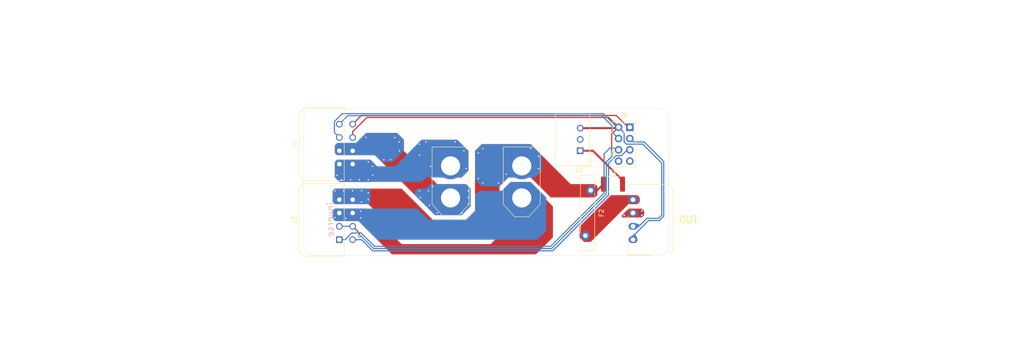
<source format=kicad_pcb>
(kicad_pcb (version 20241229) (generator "pcbnew") (generator_version "9.0")
  (layers (0 "F.Cu" signal) (4 "In1.Cu" signal) (6 "In2.Cu" signal) (2 "B.Cu" signal) (13 "F.Paste" user) (15 "B.Paste" user) (5 "F.SilkS" user "F.Silkscreen") (7 "B.SilkS" user "B.Silkscreen") (1 "F.Mask" user) (3 "B.Mask" user) (25 "Edge.Cuts" user))
  (net 0 "")
  (net 1 "12V_FUSED_D")
  (net 2 "12V_B")
  (net 3 "12V_A")
  (net 4 "TX0-")
  (net 5 "12V_FUSED_C")
  (net 6 "GND_A")
  (net 7 "TX1-")
  (net 8 "GND_B")
  (net 9 "TX3-")
  (net 10 "3V3")
  (net 11 "TX2-")
  (net 12 "TX4-")
  (footprint "Connector_PinSocket_2.54mm:PinSocket_2x04_P2.54mm_Vertical" (layer "F.Cu") (at 32.29 -12.3)
    (property "Reference" "J6" (at -1.27 -2.77 0) (layer "F.SilkS"))
    (property "Value" "Conn_02x04_Odd_Even")
    (fp_line (start -3.87 -1.33) (end -3.87 8.95) (stroke (width 0.12)) (layer "F.SilkS"))
    (fp_line (start -3.87 -1.33) (end -1.27 -1.33) (stroke (width 0.12)) (layer "F.SilkS"))
    (fp_line (start -3.87 8.95) (end 1.33 8.95) (stroke (width 0.12)) (layer "F.SilkS"))
    (fp_line (start -1.27 -1.33) (end -1.27 1.27) (stroke (width 0.12)) (layer "F.SilkS"))
    (fp_line (start -1.27 1.27) (end 1.33 1.27) (stroke (width 0.12)) (layer "F.SilkS"))
    (fp_line (start 0 -1.33) (end 1.33 -1.33) (stroke (width 0.12)) (layer "F.SilkS"))
    (fp_line (start 1.33 -1.33) (end 1.33 0) (stroke (width 0.12)) (layer "F.SilkS"))
    (fp_line (start 1.33 1.27) (end 1.33 8.95) (stroke (width 0.12)) (layer "F.SilkS"))
    (pad "1" thru_hole rect (at 0 0) (size 1.7 1.7) (drill 1) (layers "*.Cu" "*.Mask") (net 4 "TX0-"))
    (pad "2" thru_hole circle (at -2.54 0) (size 1.7 1.7) (drill 1) (layers "*.Cu" "*.Mask") (net 10 "3V3"))
    (pad "3" thru_hole circle (at 0 2.54) (size 1.7 1.7) (drill 1) (layers "*.Cu" "*.Mask") (net 11 "TX2-"))
    (pad "4" thru_hole circle (at -2.54 2.54) (size 1.7 1.7) (drill 1) (layers "*.Cu" "*.Mask") (net 7 "TX1-"))
    (pad "5" thru_hole circle (at 0 5.08) (size 1.7 1.7) (drill 1) (layers "*.Cu" "*.Mask") (net 12 "TX4-"))
    (pad "6" thru_hole circle (at -2.54 5.08) (size 1.7 1.7) (drill 1) (layers "*.Cu" "*.Mask") (net 9 "TX3-"))
    (pad "7" thru_hole circle (at 0 7.62) (size 1.7 1.7) (drill 1) (layers "*.Cu" "*.Mask") (net 8 "GND_B"))
    (pad "8" thru_hole circle (at -2.54 7.62) (size 1.7 1.7) (drill 1) (layers "*.Cu" "*.Mask"))
  )
  (footprint "footprints:scetch" (layer "F.Cu") (at -14.5 0)
    (property "Reference" "" (at 0 0 0) (layer "F.SilkS") (effects (font (size 1.524 1.524))))
    (property "Value" "" (at 0 0 0) (layer "F.SilkS") (effects (font (size 1.524 1.524))))
  )
  (footprint "Connector_Molex:Molex_Micro-Fit_3.0_43045-0800_2x04_P3.00mm_Horizontal" (layer "F.Cu") (at -33 -4 90)
    (property "Reference" "J1" (at 4.5 -10.12 90) (layer "F.SilkS"))
    (property "Value" "OUT")
    (fp_line (start 11.685 -9.03) (end 12.685 -8.03) (stroke (width 0.12)) (layer "F.SilkS"))
    (fp_line (start -2.685 -9.03) (end 11.685 -9.03) (stroke (width 0.12)) (layer "F.SilkS"))
    (fp_line (start 12.685 -8.03) (end 12.685 1.1) (stroke (width 0.12)) (layer "F.SilkS"))
    (fp_line (start -3.685 -8.03) (end -2.685 -9.03) (stroke (width 0.12)) (layer "F.SilkS"))
    (fp_line (start 12.685 1.1) (end -3.685 1.1) (stroke (width 0.12)) (layer "F.SilkS"))
    (fp_line (start -3.685 1.1) (end -3.685 -8.03) (stroke (width 0.12)) (layer "F.SilkS"))
    (pad "" np_thru_hole circle (at 2.16 -4.32 90) (size 3 3) (drill 3) (layers "*.Cu" "*.Mask"))
    (pad "" np_thru_hole circle (at 6.86 -4.32 90) (size 3 3) (drill 3) (layers "*.Cu" "*.Mask"))
    (pad "1" thru_hole roundrect (at 0 0 90) (size 1.5 1.5) (drill 1.02) (layers "*.Cu" "*.Mask") (roundrect_rratio 0.166667) (net 3 "12V_A"))
    (pad "2" thru_hole circle (at 3 0 90) (size 1.5 1.5) (drill 1.02) (layers "*.Cu" "*.Mask") (net 6 "GND_A"))
    (pad "3" thru_hole circle (at 6 0 90) (size 1.5 1.5) (drill 1.02) (layers "*.Cu" "*.Mask") (net 10 "3V3"))
    (pad "4" thru_hole circle (at 9 0 90) (size 1.5 1.5) (drill 1.02) (layers "*.Cu" "*.Mask") (net 7 "TX1-"))
    (pad "5" thru_hole circle (at 0 3 90) (size 1.5 1.5) (drill 1.02) (layers "*.Cu" "*.Mask") (net 3 "12V_A"))
    (pad "6" thru_hole circle (at 3 3 90) (size 1.5 1.5) (drill 1.02) (layers "*.Cu" "*.Mask") (net 6 "GND_A"))
    (pad "7" thru_hole circle (at 6 3 90) (size 1.5 1.5) (drill 1.02) (layers "*.Cu" "*.Mask") (net 10 "3V3"))
    (pad "8" thru_hole circle (at 9 3 90) (size 1.5 1.5) (drill 1.02) (layers "*.Cu" "*.Mask") (net 4 "TX0-"))
  )
  (footprint "Fuse:Fuse_1812_4532Metric" (layer "F.Cu") (at 28.5 0.5)
    (property "Reference" "F1" (at 0 -2.65 0) (layer "F.SilkS"))
    (property "Value" "BSMD1812-200-30V")
    (fp_line (start -1.386252 -1.71) (end 1.386252 -1.71) (stroke (width 0.12)) (layer "F.SilkS"))
    (fp_line (start -1.386252 1.71) (end 1.386252 1.71) (stroke (width 0.12)) (layer "F.SilkS"))
    (pad "1" smd roundrect (at -2.1375 0) (size 1.125 3.4) (layers "F.Cu" "F.Mask" "F.Paste") (roundrect_rratio 0.222222) (net 2 "12V_B"))
    (pad "2" smd roundrect (at 2.1375 0) (size 1.125 3.4) (layers "F.Cu" "F.Mask" "F.Paste") (roundrect_rratio 0.222222) (net 1 "12V_FUSED_D"))
  )
  (footprint "Connector_Molex:Molex_Micro-Fit_3.0_43045-0800_2x04_P3.00mm_Horizontal" (layer "F.Cu") (at -33 13 90)
    (property "Reference" "J2" (at 4.5 -10.12 90) (layer "F.SilkS"))
    (property "Value" "IN")
    (fp_line (start 11.685 -9.03) (end 12.685 -8.03) (stroke (width 0.12)) (layer "F.SilkS"))
    (fp_line (start -2.685 -9.03) (end 11.685 -9.03) (stroke (width 0.12)) (layer "F.SilkS"))
    (fp_line (start 12.685 -8.03) (end 12.685 1.1) (stroke (width 0.12)) (layer "F.SilkS"))
    (fp_line (start -3.685 -8.03) (end -2.685 -9.03) (stroke (width 0.12)) (layer "F.SilkS"))
    (fp_line (start 12.685 1.1) (end -3.685 1.1) (stroke (width 0.12)) (layer "F.SilkS"))
    (fp_line (start -3.685 1.1) (end -3.685 -8.03) (stroke (width 0.12)) (layer "F.SilkS"))
    (pad "" np_thru_hole circle (at 2.16 -4.32 90) (size 3 3) (drill 3) (layers "*.Cu" "*.Mask"))
    (pad "" np_thru_hole circle (at 6.86 -4.32 90) (size 3 3) (drill 3) (layers "*.Cu" "*.Mask"))
    (pad "1" thru_hole roundrect (at 0 0 90) (size 1.5 1.5) (drill 1.02) (layers "*.Cu" "*.Mask") (roundrect_rratio 0.166667) (net 9 "TX3-"))
    (pad "2" thru_hole circle (at 3 0 90) (size 1.5 1.5) (drill 1.02) (layers "*.Cu" "*.Mask") (net 10 "3V3"))
    (pad "3" thru_hole circle (at 6 0 90) (size 1.5 1.5) (drill 1.02) (layers "*.Cu" "*.Mask") (net 8 "GND_B"))
    (pad "4" thru_hole circle (at 9 0 90) (size 1.5 1.5) (drill 1.02) (layers "*.Cu" "*.Mask") (net 2 "12V_B"))
    (pad "5" thru_hole circle (at 0 3 90) (size 1.5 1.5) (drill 1.02) (layers "*.Cu" "*.Mask") (net 12 "TX4-"))
    (pad "6" thru_hole circle (at 3 3 90) (size 1.5 1.5) (drill 1.02) (layers "*.Cu" "*.Mask") (net 10 "3V3"))
    (pad "7" thru_hole circle (at 6 3 90) (size 1.5 1.5) (drill 1.02) (layers "*.Cu" "*.Mask") (net 8 "GND_B"))
    (pad "8" thru_hole circle (at 9 3 90) (size 1.5 1.5) (drill 1.02) (layers "*.Cu" "*.Mask") (net 2 "12V_B"))
  )
  (footprint "footprints:Molex_Micro-Fit_3.0_43650-0400_1x04_P3.00mm_Horizontal_silk_carveout" (layer "F.Cu") (at 33 4 -90)
    (property "Reference" "J3" (hide yes))
    (property "Value" "OUT" (at 4.5 -12.465001 0) (layer "F.SilkS") (effects (font (size 1.5 1.5) (thickness 0.3) (bold yes))))
    (fp_line (start -3.435 1.09) (end -1.01 1.09) (stroke (width 0.12)) (layer "F.SilkS"))
    (fp_line (start -3.435 1.09) (end -3.435 -8.03) (stroke (width 0.12)) (layer "F.SilkS"))
    (fp_line (start 1.01 1.09) (end 2.348233 1.09) (stroke (width 0.12)) (layer "F.SilkS"))
    (fp_line (start 3.651767 1.09) (end 5.348233 1.09) (stroke (width 0.12)) (layer "F.SilkS"))
    (fp_line (start 6.651767 1.09) (end 8.348233 1.09) (stroke (width 0.12)) (layer "F.SilkS"))
    (fp_line (start 12.435 1.09) (end 9.651767 1.089999) (stroke (width 0.12)) (layer "F.SilkS"))
    (fp_line (start 12.435 -4) (end 12.435 1.09) (stroke (width 0.12)) (layer "F.SilkS"))
    (fp_line (start -3.435 -8.03) (end -2.435 -9.03) (stroke (width 0.12)) (layer "F.SilkS"))
    (fp_line (start -2.435 -9.03) (end 11.435 -9.03) (stroke (width 0.12)) (layer "F.SilkS"))
    (fp_line (start 11.435 -9.03) (end 11.963808 -8.501192) (stroke (width 0.12)) (layer "F.SilkS"))
    (pad "" np_thru_hole circle (at 2.15 -4.32 270) (size 3 3) (drill 3) (layers "*.Cu" "*.Mask"))
    (pad "" np_thru_hole circle (at 6.85 -4.32 270) (size 3 3) (drill 3) (layers "*.Cu" "*.Mask"))
    (pad "1" thru_hole roundrect (at 0 0 270) (size 1.5 2.02) (drill 1.02) (layers "*.Cu" "*.Mask") (roundrect_rratio 0.166667) (net 5 "12V_FUSED_C") (thermal_bridge_width 1.5))
    (pad "2" thru_hole oval (at 3 0 270) (size 1.5 2.02) (drill 1.02) (layers "*.Cu" "*.Mask") (net 8 "GND_B") (thermal_bridge_width 1))
    (pad "3" thru_hole oval (at 6 0 270) (size 1.5 2.02) (drill 1.02) (layers "*.Cu" "*.Mask") (net 10 "3V3"))
    (pad "4" thru_hole oval (at 9 0 270) (size 1.5 2.02) (drill 1.02) (layers "*.Cu" "*.Mask") (net 11 "TX2-"))
  )
  (footprint "Converter_DCDC:Converter_DCDC_TRACO_TSR1-xxxxE_THT" (layer "F.Cu") (at 21.1375 -7.0225 180)
    (property "Reference" "U1" (at 0.1 -4.35 0) (layer "F.SilkS"))
    (property "Value" "TSR1-2433E")
    (fp_line (start 5.56 -3.37) (end 5.56 8.45) (stroke (width 0.12)) (layer "F.SilkS"))
    (fp_line (start -2.16 8.45) (end 5.56 8.45) (stroke (width 0.12)) (layer "F.SilkS"))
    (fp_line (start -2.16 -3.37) (end 5.56 -3.37) (stroke (width 0.12)) (layer "F.SilkS"))
    (fp_line (start -2.16 -3.37) (end -2.16 8.45) (stroke (width 0.12)) (layer "F.SilkS"))
    (fp_line (start -2.4 -1.11) (end -2.4 -3.61) (stroke (width 0.12)) (layer "F.SilkS"))
    (fp_line (start -2.4 -3.61) (end 0.1 -3.61) (stroke (width 0.12)) (layer "F.SilkS"))
    (pad "1" thru_hole rect (at 0 0 180) (size 1.5 1.5) (drill 1) (layers "*.Cu" "*.Mask") (net 1 "12V_FUSED_D"))
    (pad "2" thru_hole circle (at 0 2.54 180) (size 1.5 1.5) (drill 1) (layers "*.Cu" "*.Mask") (net 8 "GND_B"))
    (pad "3" thru_hole circle (at 0 5.079999 180) (size 1.5 1.5) (drill 1) (layers "*.Cu" "*.Mask") (net 10 "3V3"))
  )
  (footprint "amass:AMASS_XT60-F_1x02_P7.20mm_Vertical" (layer "F.Cu") (at 8 3.6 90)
    (property "Reference" "J5" (hide yes))
    (property "Value" "Conn_01x02_Socket")
    (fp_line (start -1.4 -4.150001) (end -4.25 -1.6) (stroke (width 0.12)) (layer "F.SilkS"))
    (fp_line (start 11.450001 -4.15) (end -1.4 -4.150001) (stroke (width 0.12)) (layer "F.SilkS"))
    (fp_line (start -4.25 -1.6) (end -4.25 1.55) (stroke (width 0.12)) (layer "F.SilkS"))
    (fp_line (start -4.25 1.55) (end -1.4 4.150001) (stroke (width 0.12)) (layer "F.SilkS"))
    (fp_line (start 11.450001 4.15) (end 11.450001 -4.15) (stroke (width 0.12)) (layer "F.SilkS"))
    (fp_line (start -1.4 4.150001) (end 11.450001 4.15) (stroke (width 0.12)) (layer "F.SilkS"))
    (pad "1" thru_hole roundrect (at 0 0 90) (size 6 6) (drill 4.3) (layers "*.Cu" "*.Mask") (net 8 "GND_B"))
    (pad "2" thru_hole circle (at 7.2 0 90) (size 6 6) (drill 4.3) (layers "*.Cu" "*.Mask") (net 2 "12V_B"))
  )
  (footprint "footprints:Fuse_Littlefuse_RUEF" (layer "F.Cu") (at 22.9 7 -90)
    (property "Reference" "F2" (at 0 -3 90) (layer "F.SilkS"))
    (property "Value" "RUEF700")
    (fp_line (start -8.5 1.7) (end 4.5 1.7) (stroke (width 0.12)) (layer "F.SilkS"))
    (fp_line (start 5.788001 1.7) (end 8.5 1.7) (stroke (width 0.12)) (layer "F.SilkS"))
    (fp_line (start -8.5 -1.5) (end -8.5 1.7) (stroke (width 0.12)) (layer "F.SilkS"))
    (fp_line (start -8.5 -1.5) (end -5.788 -1.5) (stroke (width 0.12)) (layer "F.SilkS"))
    (fp_line (start -4.5 -1.5) (end 8.5 -1.5) (stroke (width 0.12)) (layer "F.SilkS"))
    (fp_line (start 8.5 -1.5) (end 8.5 1.7) (stroke (width 0.12)) (layer "F.SilkS"))
    (pad "1" thru_hole circle (at -5.100001 -0.6 270) (size 2.01 2.01) (drill 1.01) (layers "*.Cu" "*.Mask") (net 2 "12V_B"))
    (pad "2" thru_hole circle (at 5.100001 0.6 270) (size 2.01 2.01) (drill 1.01) (layers "*.Cu" "*.Mask") (net 5 "12V_FUSED_C"))
  )
  (footprint "amass:AMASS_XT60-F_1x02_P7.20mm_Vertical" (layer "F.Cu") (at -8 3.6 90)
    (property "Reference" "J4" (hide yes))
    (property "Value" "Conn_01x02_Socket")
    (fp_line (start -1.4 -4.150001) (end -4.25 -1.6) (stroke (width 0.12)) (layer "F.SilkS"))
    (fp_line (start 11.450001 -4.15) (end -1.4 -4.150001) (stroke (width 0.12)) (layer "F.SilkS"))
    (fp_line (start -4.25 -1.6) (end -4.25 1.55) (stroke (width 0.12)) (layer "F.SilkS"))
    (fp_line (start -4.25 1.55) (end -1.4 4.150001) (stroke (width 0.12)) (layer "F.SilkS"))
    (fp_line (start 11.450001 4.15) (end 11.450001 -4.15) (stroke (width 0.12)) (layer "F.SilkS"))
    (fp_line (start -1.4 4.150001) (end 11.450001 4.15) (stroke (width 0.12)) (layer "F.SilkS"))
    (pad "1" thru_hole roundrect (at 0 0 90) (size 6 6) (drill 4.3) (layers "*.Cu" "*.Mask") (net 6 "GND_A"))
    (pad "2" thru_hole circle (at 7.2 0 90) (size 6 6) (drill 4.3) (layers "*.Cu" "*.Mask") (net 3 "12V_A"))
  )
  (gr_arc (start 39 -16.5) (mid 40.414214 -15.914214) (end 41 -14.5) (stroke (width 0.05)) (layer "Edge.Cuts"))
  (gr_arc (start 41 14.5) (mid 40.414214 15.914214) (end 39 16.5) (stroke (width 0.05)) (layer "Edge.Cuts"))
  (gr_arc (start -41 -14.5) (mid -40.414214 -15.914214) (end -39 -16.5) (stroke (width 0.05)) (layer "Edge.Cuts"))
  (gr_line (start -41 14.500001) (end -41 -14.5) (stroke (width 0.05)) (layer "Edge.Cuts"))
  (gr_arc (start -39 16.5) (mid -40.414214 15.914214) (end -41 14.5) (stroke (width 0.05)) (layer "Edge.Cuts"))
  (gr_line (start 41 -14.5) (end 41 14.5) (stroke (width 0.05)) (layer "Edge.Cuts"))
  (gr_line (start -39 -16.5) (end 39 -16.5) (stroke (width 0.05)) (layer "Edge.Cuts"))
  (gr_line (start 39 16.5) (end -38.999999 16.5) (stroke (width 0.05)) (layer "Edge.Cuts"))
  (gr_text "inverse" (at -35 8.5 90) (layer "B.SilkS") (effects (font (size 1.5 1.5)) (justify mirror)))
  (segment (start 23.9775 -7.0225) (end 30.6375 -0.3625) (width 0.45) (layer "F.Cu") (net 1))
  (segment (start 30.6375 -0.3625) (end 30.6375 0.5) (width 0.45) (layer "F.Cu") (net 1))
  (segment (start 21.1375 -7.0225) (end 23.9775 -7.0225) (width 0.45) (layer "F.Cu") (net 1))
  (segment (start 7.8625 -3.7375) (end 8 -3.6) (width 0.45) (layer "F.Cu") (net 2))
  (segment (start 26.3625 0.5) (end 24.962501 1.899999) (width 0.45) (layer "F.Cu") (net 2))
  (segment (start 24.962501 1.899999) (end 23.5 1.899999) (width 0.45) (layer "F.Cu") (net 2))
  (via (at -1.75 -6.5) (size 0.6) (drill 0.3) (layers "F.Cu" "B.Cu") (net 2))
  (via (at -0.75 -7.5) (size 0.6) (drill 0.3) (layers "F.Cu" "B.Cu") (net 2))
  (via (at -30 2) (size 0.6) (drill 0.3) (layers "F.Cu" "B.Cu") (net 2))
  (via (at -1.75 -0.75) (size 0.6) (drill 0.3) (layers "F.Cu" "B.Cu") (net 2))
  (via (at 4.5 -1.75) (size 0.6) (drill 0.3) (layers "F.Cu" "B.Cu") (net 2))
  (via (at -26.5 4) (size 0.6) (drill 0.3) (layers "F.Cu" "B.Cu") (net 2))
  (via (at 11.75 -3) (size 0.6) (drill 0.3) (layers "F.Cu" "B.Cu") (net 2))
  (via (at -28 4.5) (size 0.6) (drill 0.3) (layers "F.Cu" "B.Cu") (net 2))
  (via (at 2.75 0.25) (size 0.6) (drill 0.3) (layers "F.Cu" "B.Cu") (net 2))
  (via (at -26.5 2.5) (size 0.6) (drill 0.3) (layers "F.Cu" "B.Cu") (net 2))
  (via (at -32 2) (size 0.6) (drill 0.3) (layers "F.Cu" "B.Cu") (net 2))
  (via (at 10 -7.5) (size 0.6) (drill 0.3) (layers "F.Cu" "B.Cu") (net 2))
  (via (at 11.75 -5.75) (size 0.6) (drill 0.3) (layers "F.Cu" "B.Cu") (net 2))
  (via (at -34 2) (size 0.6) (drill 0.3) (layers "F.Cu" "B.Cu") (net 2))
  (via (at -28 2) (size 0.6) (drill 0.3) (layers "F.Cu" "B.Cu") (net 2))
  (via (at -0.75 0.25) (size 0.6) (drill 0.3) (layers "F.Cu" "B.Cu") (net 2))
  (via (at -33.5 -1.5) (size 0.6) (drill 0.3) (layers "F.Cu" "B.Cu") (net 3))
  (via (at -26.5 -0.5) (size 0.6) (drill 0.3) (layers "F.Cu" "B.Cu") (net 3))
  (via (at -15 -8.5) (size 0.6) (drill 0.3) (layers "F.Cu" "B.Cu") (net 3))
  (via (at -4.5 -3) (size 0.6) (drill 0.3) (layers "F.Cu" "B.Cu") (net 3))
  (via (at -15 -6) (size 0.6) (drill 0.3) (layers "F.Cu" "B.Cu") (net 3))
  (via (at -5 -7) (size 0.6) (drill 0.3) (layers "F.Cu" "B.Cu") (net 3))
  (via (at -13.5 -9) (size 0.6) (drill 0.3) (layers "F.Cu" "B.Cu") (net 3))
  (via (at -28.5 -0.5) (size 0.6) (drill 0.3) (layers "F.Cu" "B.Cu") (net 3))
  (via (at -12.5 -3.5) (size 0.6) (drill 0.3) (layers "F.Cu" "B.Cu") (net 3))
  (via (at -25.5 -3.5) (size 0.6) (drill 0.3) (layers "F.Cu" "B.Cu") (net 3))
  (via (at -30.5 -0.5) (size 0.6) (drill 0.3) (layers "F.Cu" "B.Cu") (net 3))
  (via (at -7 -9) (size 0.6) (drill 0.3) (layers "F.Cu" "B.Cu") (net 3))
  (via (at -25.5 -1.5) (size 0.6) (drill 0.3) (layers "F.Cu" "B.Cu") (net 3))
  (via (at -26.5 -4.5) (size 0.6) (drill 0.3) (layers "F.Cu" "B.Cu") (net 3))
  (via (at -32.5 -0.5) (size 0.6) (drill 0.3) (layers "F.Cu" "B.Cu") (net 3))
  (segment (start 29.25 -14.95) (end -28.05 -14.95) (width 0.25) (layer "F.Cu") (net 4))
  (segment (start 31.9 -12.3) (end 29.25 -14.95) (width 0.25) (layer "F.Cu") (net 4))
  (segment (start 32.29 -12.3) (end 31.9 -12.3) (width 0.25) (layer "F.Cu") (net 4))
  (segment (start -28.05 -14.95) (end -30 -13) (width 0.25) (layer "F.Cu") (net 4))
  (via (at -15 2) (size 0.6) (drill 0.3) (layers "F.Cu" "B.Cu") (net 6))
  (via (at -14.75 3.5) (size 0.6) (drill 0.3) (layers "F.Cu" "B.Cu") (net 6))
  (via (at -4 5) (size 0.6) (drill 0.3) (layers "F.Cu" "B.Cu") (net 6))
  (via (at -5.5 7) (size 0.6) (drill 0.3) (layers "F.Cu" "B.Cu") (net 6))
  (via (at -19.5 -7) (size 0.6) (drill 0.3) (layers "F.Cu" "B.Cu") (net 6))
  (via (at -11 7) (size 0.6) (drill 0.3) (layers "F.Cu" "B.Cu") (net 6))
  (via (at -4 3.5) (size 0.6) (drill 0.3) (layers "F.Cu" "B.Cu") (net 6))
  (via (at -13 2) (size 0.6) (drill 0.3) (layers "F.Cu" "B.Cu") (net 6))
  (via (at -23 -5) (size 0.6) (drill 0.3) (layers "F.Cu" "B.Cu") (net 6))
  (via (at -21.5 -5) (size 0.6) (drill 0.3) (layers "F.Cu" "B.Cu") (net 6))
  (via (at -19.5 -9) (size 0.6) (drill 0.3) (layers "F.Cu" "B.Cu") (net 6))
  (via (at -27 -10) (size 0.6) (drill 0.3) (layers "F.Cu" "B.Cu") (net 6))
  (via (at -20.5 -10) (size 0.6) (drill 0.3) (layers "F.Cu" "B.Cu") (net 6))
  (via (at -12.75 5.25) (size 0.6) (drill 0.3) (layers "F.Cu" "B.Cu") (net 6))
  (via (at -4 2) (size 0.6) (drill 0.3) (layers "F.Cu" "B.Cu") (net 6))
  (via (at -12 1) (size 0.6) (drill 0.3) (layers "F.Cu" "B.Cu") (net 6))
  (segment (start 26 -14.9) (end -31.1 -14.9) (width 0.25) (layer "B.Cu") (net 7))
  (segment (start 29.75 -10.45) (end 29.75 -9.76) (width 0.25) (layer "B.Cu") (net 7))
  (segment (start 28.3 -12.6) (end 26 -14.9) (width 0.25) (layer "B.Cu") (net 7))
  (segment (start 29.75 -9.76) (end 28.3 -11.21) (width 0.25) (layer "B.Cu") (net 7))
  (segment (start 28.3 -11.21) (end 28.3 -12.6) (width 0.25) (layer "B.Cu") (net 7))
  (segment (start -31.1 -14.9) (end -33 -13) (width 0.25) (layer "B.Cu") (net 7))
  (via (at -28.2 8.1) (size 0.6) (drill 0.3) (layers "F.Cu" "B.Cu") (net 8))
  (via (at -31.5 8.2) (size 0.6) (drill 0.3) (layers "F.Cu" "B.Cu") (net 8))
  (via (at -28.2 6.6) (size 0.6) (drill 0.3) (layers "F.Cu" "B.Cu") (net 8))
  (via (at 31 7.5) (size 0.6) (drill 0.3) (layers "F.Cu" "B.Cu") (net 8))
  (via (at 35 7.5) (size 0.6) (drill 0.3) (layers "F.Cu" "B.Cu") (net 8))
  (via (at 35 6.5) (size 0.6) (drill 0.3) (layers "F.Cu" "B.Cu") (net 8))
  (via (at -34 8) (size 0.6) (drill 0.3) (layers "F.Cu" "B.Cu") (net 8))
  (segment (start -33 7) (end -33 6.8) (width 0.25) (layer "B.Cu") (net 8))
  (segment (start 29.68 -7.22) (end 29.75 -7.22) (width 0.25) (layer "B.Cu") (net 9))
  (segment (start 26.5 -6.3) (end 27.8 -7.6) (width 0.25) (layer "B.Cu") (net 9))
  (segment (start -31.7 13) (end -30.2 11.5) (width 0.25) (layer "B.Cu") (net 9))
  (segment (start 29.3 -7.6) (end 29.68 -7.22) (width 0.25) (layer "B.Cu") (net 9))
  (segment (start -25.1 14.5) (end 14.5 14.5) (width 0.25) (layer "B.Cu") (net 9))
  (segment (start 26.5 2.5) (end 26.5 -6.3) (width 0.25) (layer "B.Cu") (net 9))
  (segment (start 27.8 -7.6) (end 29.3 -7.6) (width 0.25) (layer "B.Cu") (net 9))
  (segment (start -28.1 11.5) (end -25.1 14.5) (width 0.25) (layer "B.Cu") (net 9))
  (segment (start 29.75 -7.22) (end 29.32 -7.22) (width 0.25) (layer "B.Cu") (net 9))
  (segment (start -30.2 11.5) (end -28.1 11.5) (width 0.25) (layer "B.Cu") (net 9))
  (segment (start 14.5 14.5) (end 26.5 2.5) (width 0.25) (layer "B.Cu") (net 9))
  (segment (start -33 13) (end -31.7 13) (width 0.25) (layer "B.Cu") (net 9))
  (segment (start 21.1375 -12.102499) (end 29.552499 -12.102499) (width 0.45) (layer "F.Cu") (net 10))
  (segment (start 29.552499 -12.102499) (end 29.75 -12.3) (width 0.45) (layer "F.Cu") (net 10))
  (segment (start 28.2 -10.75) (end 29.75 -12.3) (width 0.25) (layer "F.Cu") (net 10))
  (segment (start -28.5 12.2) (end -28.5 11.5) (width 0.25) (layer "F.Cu") (net 10))
  (segment (start 28.2 -6.9) (end 28.2 -10.75) (width 0.25) (layer "F.Cu") (net 10))
  (segment (start 27.55 -14.5) (end -26.8 -14.5) (width 0.25) (layer "F.Cu") (net 10))
  (segment (start -30 -11.3) (end -30 -10) (width 0.25) (layer "F.Cu") (net 10))
  (segment (start -26.8 -14.5) (end -30 -11.3) (width 0.25) (layer "F.Cu") (net 10))
  (segment (start 29.75 -12.3) (end 27.55 -14.5) (width 0.25) (layer "F.Cu") (net 10))
  (segment (start -28.5 11.5) (end -30 10) (width 0.25) (layer "F.Cu") (net 10))
  (segment (start 28.3 -6.8) (end 28.2 -6.9) (width 0.25) (layer "F.Cu") (net 10))
  (via (at -28.5 12.2) (size 0.6) (drill 0.3) (layers "F.Cu" "B.Cu") (net 10))
  (via (at 28.3 -6.8) (size 0.6) (drill 0.3) (layers "F.Cu" "B.Cu") (net 10))
  (segment (start -25.3 15) (end 14.7 15) (width 0.25) (layer "B.Cu") (net 10))
  (segment (start -34.1 -11.1) (end -33 -10) (width 0.25) (layer "B.Cu") (net 10))
  (segment (start -33 10) (end -30 10) (width 0.25) (layer "B.Cu") (net 10))
  (segment (start 27 2.7) (end 27 -4.5) (width 0.25) (layer "B.Cu") (net 10))
  (segment (start 34.3 10) (end 36.1 8.2) (width 0.25) (layer "B.Cu") (net 10))
  (segment (start 39.45 7.5) (end 39.45 -4.25) (width 0.25) (layer "B.Cu") (net 10))
  (segment (start -28.1 12.2) (end -25.3 15) (width 0.25) (layer "B.Cu") (net 10))
  (segment (start 39.45 -4.25) (end 35.2 -8.5) (width 0.25) (layer "B.Cu") (net 10))
  (segment (start 38.75 8.2) (end 39.45 7.5) (width 0.25) (layer "B.Cu") (net 10))
  (segment (start 31.5 -8.5) (end 31 -9) (width 0.25) (layer "B.Cu") (net 10))
  (segment (start 14.7 15) (end 27 2.7) (width 0.25) (layer "B.Cu") (net 10))
  (segment (start 28.3 -5.8) (end 28.3 -6.8) (width 0.25) (layer "B.Cu") (net 10))
  (segment (start -28.5 12.2) (end -28.1 12.2) (width 0.25) (layer "B.Cu") (net 10))
  (segment (start 26.35 -15.35) (end -32.35 -15.35) (width 0.25) (layer "B.Cu") (net 10))
  (segment (start -34.1 -13.6) (end -34.1 -11.1) (width 0.25) (layer "B.Cu") (net 10))
  (segment (start 29.75 -12.3) (end 29.75 -12.55) (width 0.25) (layer "B.Cu") (net 10))
  (segment (start 29.75 -12.3) (end 29.4 -12.3) (width 0.25) (layer "B.Cu") (net 10))
  (segment (start 27 -4.5) (end 28.3 -5.8) (width 0.25) (layer "B.Cu") (net 10))
  (segment (start 36.1 8.2) (end 38.75 8.2) (width 0.25) (layer "B.Cu") (net 10))
  (segment (start 31 -9) (end 31 -11.05) (width 0.25) (layer "B.Cu") (net 10))
  (segment (start 33 10) (end 34.3 10) (width 0.25) (layer "B.Cu") (net 10))
  (segment (start -32.35 -15.35) (end -34.1 -13.6) (width 0.25) (layer "B.Cu") (net 10))
  (segment (start 35.2 -8.5) (end 31.5 -8.5) (width 0.25) (layer "B.Cu") (net 10))
  (segment (start 31 -11.05) (end 29.75 -12.3) (width 0.25) (layer "B.Cu") (net 10))
  (segment (start 29.4 -12.3) (end 26.35 -15.35) (width 0.25) (layer "B.Cu") (net 10))
  (segment (start 33 12.2) (end 33 13) (width 0.25) (layer "B.Cu") (net 11))
  (segment (start 33.05 -9) (end 35.5 -9) (width 0.25) (layer "B.Cu") (net 11))
  (segment (start 36.5 8.7) (end 33 12.2) (width 0.25) (layer "B.Cu") (net 11))
  (segment (start 35.5 -9) (end 39.9 -4.6) (width 0.25) (layer "B.Cu") (net 11))
  (segment (start 32.29 -9.76) (end 33.05 -9) (width 0.25) (layer "B.Cu") (net 11))
  (segment (start 39.9 7.7) (end 38.9 8.7) (width 0.25) (layer "B.Cu") (net 11))
  (segment (start 38.9 8.7) (end 36.5 8.7) (width 0.25) (layer "B.Cu") (net 11))
  (segment (start 39.9 -4.6) (end 39.9 7.7) (width 0.25) (layer "B.Cu") (net 11))
  (segment (start -30 13) (end -28 13) (width 0.25) (layer "B.Cu") (net 12))
  (segment (start -25.5 15.5) (end 15 15.5) (width 0.25) (layer "B.Cu") (net 12))
  (segment (start 31.72 -7.22) (end 32.29 -7.22) (width 0.25) (layer "B.Cu") (net 12))
  (segment (start 30.4 -5.9) (end 31.72 -7.22) (width 0.25) (layer "B.Cu") (net 12))
  (segment (start 29.2 -5.9) (end 30.4 -5.9) (width 0.25) (layer "B.Cu") (net 12))
  (segment (start 27.5 3) (end 27.5 -4.2) (width 0.25) (layer "B.Cu") (net 12))
  (segment (start 27.5 -4.2) (end 29.2 -5.9) (width 0.25) (layer "B.Cu") (net 12))
  (segment (start -28 13) (end -25.5 15.5) (width 0.25) (layer "B.Cu") (net 12))
  (segment (start 15 15.5) (end 27.5 3) (width 0.25) (layer "B.Cu") (net 12))
  (zone (net 8) (net_name "GND_B") (layers "F.Cu" "In1.Cu") (priority 10) (connect_pads yes (clearance 0.254)) (min_thickness 0.25) (fill yes (thermal_gap 0.5) (thermal_bridge_width 0.5))
    (polygon (pts (xy 4 1.5) (xy 5 0.5) (xy 10 0.5) (xy 13.5 4) (xy 15 5.5) (xy 15 12.5) (xy 11 16.5) (xy -21 16.5) (xy -28.7 8.8) (xy -33.9 8.8) (xy -34.5 8.2) (xy -34.5 6.5) (xy -34 6) (xy -27 6) (xy -19 14) (xy 1 14) (xy 4 11)))
  )
  (zone (net 2) (net_name "12V_B") (layers "F.Cu" "In1.Cu") (priority 3) (connect_pads yes (clearance 0.254)) (min_thickness 0.25) (fill yes (thermal_gap 0.5) (thermal_bridge_width 0.5))
    (polygon (pts (xy 10 -1) (xy 5 -1) (xy 3 1) (xy 3 10.5) (xy 0.5 13) (xy -18.5 13) (xy -26.5 5) (xy -34 5) (xy -34.5 4.5) (xy -34.5 2) (xy -34 1.5) (xy -19 1.5) (xy -12 8.5) (xy -4.5 8.5) (xy -2.5 6.5) (xy -2.5 -7) (xy -1 -8.5) (xy 10 -8.5) (xy 19 0.5) (xy 24.5 0.5) (xy 25 1) (xy 25 3) (xy 24.5 3.5) (xy 22.5 3.5) (xy 14.5 3.5)))
  )
  (zone (net 6) (net_name "GND_A") (layers "F.Cu" "In1.Cu") (connect_pads yes (clearance 0.254)) (min_thickness 0.25) (fill yes (thermal_gap 0.5) (thermal_bridge_width 0.5))
    (polygon (pts (xy -25 -6) (xy -11.5 7.5) (xy -5.5 7.5) (xy -3.5 5.5) (xy -3.5 1.5) (xy -4.5 0.5) (xy -11 0.5) (xy -18.5 -7) (xy -18.5 -9.5) (xy -20 -11) (xy -27 -11) (xy -29.2 -8.8) (xy -33.4 -8.8) (xy -34 -8.2) (xy -34 -6.5) (xy -33.5 -6)))
  )
  (zone (net 3) (net_name "12V_A") (layers "F.Cu" "In1.Cu") (priority 11) (connect_pads yes (clearance 0.254)) (min_thickness 0.25) (fill yes (thermal_gap 0.5) (thermal_bridge_width 0.5))
    (polygon (pts (xy -5.5 -1) (xy -10.5 -1) (xy -15.5 -6) (xy -15.5 -8.5) (xy -14.5 -9.5) (xy -6.5 -9.5) (xy -4 -7) (xy -4 -2.5)))
  )
  (zone (net 8) (net_name "GND_B") (layers "F.Cu" "In1.Cu") (priority 12) (connect_pads (clearance 0.254)) (min_thickness 0.25) (fill yes (thermal_gap 0.5) (thermal_bridge_width 0.5))
    (polygon (pts (xy 32 6) (xy 31.5 6.5) (xy 30.5 7.5) (xy 30.5 8) (xy 35 8) (xy 35.5 7.5) (xy 35.5 6.5) (xy 35 6)))
  )
  (zone (net 5) (net_name "12V_FUSED_C") (layers "F.Cu" "In1.Cu") (priority 8) (connect_pads yes (clearance 0.254)) (min_thickness 0.25) (fill yes (thermal_gap 0.5) (thermal_bridge_width 0.5))
    (polygon (pts (xy 21 10) (xy 21 12.5) (xy 22 13.5) (xy 23.5 13.5) (xy 24 13) (xy 24.5 12.5) (xy 32 5) (xy 34 5) (xy 34.5 4.5) (xy 34.5 3.5) (xy 34 3) (xy 28 3)))
  )
  (zone (net 3) (net_name "12V_A") (layers "F.Cu" "In1.Cu" "In2.Cu") (priority 5) (connect_pads yes (clearance 0.254)) (min_thickness 0.25) (fill yes (thermal_gap 0.5) (thermal_bridge_width 0.5))
    (polygon (pts (xy -34 -4.5) (xy -33.5 -5) (xy -26 -5) (xy -25 -4) (xy -25 -1) (xy -26 0) (xy -33 0) (xy -34 -1)))
  )
  (zone (net 8) (net_name "GND_B") (layer "B.Cu") (priority 9) (connect_pads yes (clearance 0.254)) (min_thickness 0.25) (fill yes (thermal_gap 0.5) (thermal_bridge_width 0.5))
    (polygon (pts (xy -34.5 6.5) (xy -34 6) (xy -15.5 6) (xy -13 8.5) (xy -4.5 8.5) (xy -2.5 6.5) (xy -2.5 3) (xy -1.5 2) (xy 3.5 2) (xy 5.5 0) (xy 10 0) (xy 13.5 3.5) (xy 13.5 11) (xy 11.5 13) (xy -24.5 13) (xy -28.7 8.8) (xy -33.9 8.8) (xy -34.5 8.2)))
  )
  (zone (net 6) (net_name "GND_A") (layers "B.Cu" "In2.Cu") (priority 7) (connect_pads yes (clearance 0.254)) (min_thickness 0.25) (fill yes (thermal_gap 0.5) (thermal_bridge_width 0.5))
    (polygon (pts (xy -4.5 0.5) (xy -12.5 0.5) (xy -13.5 1.5) (xy -15.5 1.5) (xy -16 2) (xy -16 3) (xy -11.5 7.5) (xy -5.5 7.5) (xy -3.5 5.5) (xy -3.5 1.5)))
  )
  (zone (net 6) (net_name "GND_A") (layers "B.Cu" "In2.Cu") (priority 6) (connect_pads yes (clearance 0.254)) (min_thickness 0.25) (fill yes (thermal_gap 0.5) (thermal_bridge_width 0.5))
    (polygon (pts (xy -33.5 -6) (xy -34 -6.5) (xy -34 -8.2) (xy -33.4 -8.8) (xy -29.2 -8.8) (xy -27 -11) (xy -20 -11) (xy -18.5 -9.5) (xy -18.5 -7) (xy -21 -4.5) (xy -23.5 -4.5) (xy -25 -6)))
  )
  (zone (net 2) (net_name "12V_B") (layers "B.Cu" "In2.Cu") (priority 2) (connect_pads yes (clearance 0.254)) (min_thickness 0.25) (fill yes (thermal_gap 0.5) (thermal_bridge_width 0.5))
    (polygon (pts (xy -34 5) (xy -34.5 4.5) (xy -34.5 2) (xy -34 1.5) (xy -26.5 1.5) (xy -26 2) (xy -26 4.5) (xy -26.5 5)))
  )
  (zone (net 3) (net_name "12V_A") (layers "B.Cu" "In2.Cu") (priority 4) (connect_pads yes (clearance 0.254)) (min_thickness 0.25) (fill yes (thermal_gap 0.5) (thermal_bridge_width 0.5))
    (polygon (pts (xy -33 0) (xy -34 -1) (xy -34 -4.5) (xy -33.5 -5) (xy -26 -5) (xy -24.5 -3.5) (xy -20.5 -3.5) (xy -14.5 -9.5) (xy -6.5 -9.5) (xy -4 -7) (xy -4 -2.5) (xy -5.5 -1) (xy -13.5 -1) (xy -14.5 0)))
  )
  (zone (net 2) (net_name "12V_B") (layers "B.Cu" "In2.Cu") (priority 2) (connect_pads yes (clearance 0.254)) (min_thickness 0.25) (fill yes (thermal_gap 0.5) (thermal_bridge_width 0.5))
    (polygon (pts (xy 5 -1) (xy 11 -1) (xy 12.5 -2.5) (xy 12.5 -6) (xy 10 -8.5) (xy -1 -8.5) (xy -2.5 -7) (xy -2.5 -0.5) (xy -1 1) (xy 3 1)))
  )
)
</source>
